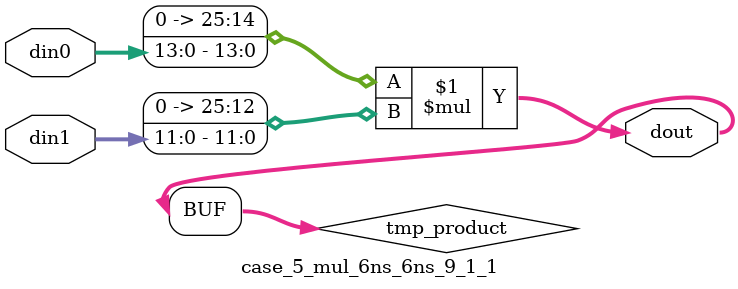
<source format=v>

`timescale 1 ns / 1 ps

 (* use_dsp = "no" *)  module case_5_mul_6ns_6ns_9_1_1(din0, din1, dout);
parameter ID = 1;
parameter NUM_STAGE = 0;
parameter din0_WIDTH = 14;
parameter din1_WIDTH = 12;
parameter dout_WIDTH = 26;

input [din0_WIDTH - 1 : 0] din0; 
input [din1_WIDTH - 1 : 0] din1; 
output [dout_WIDTH - 1 : 0] dout;

wire signed [dout_WIDTH - 1 : 0] tmp_product;
























assign tmp_product = $signed({1'b0, din0}) * $signed({1'b0, din1});











assign dout = tmp_product;





















endmodule

</source>
